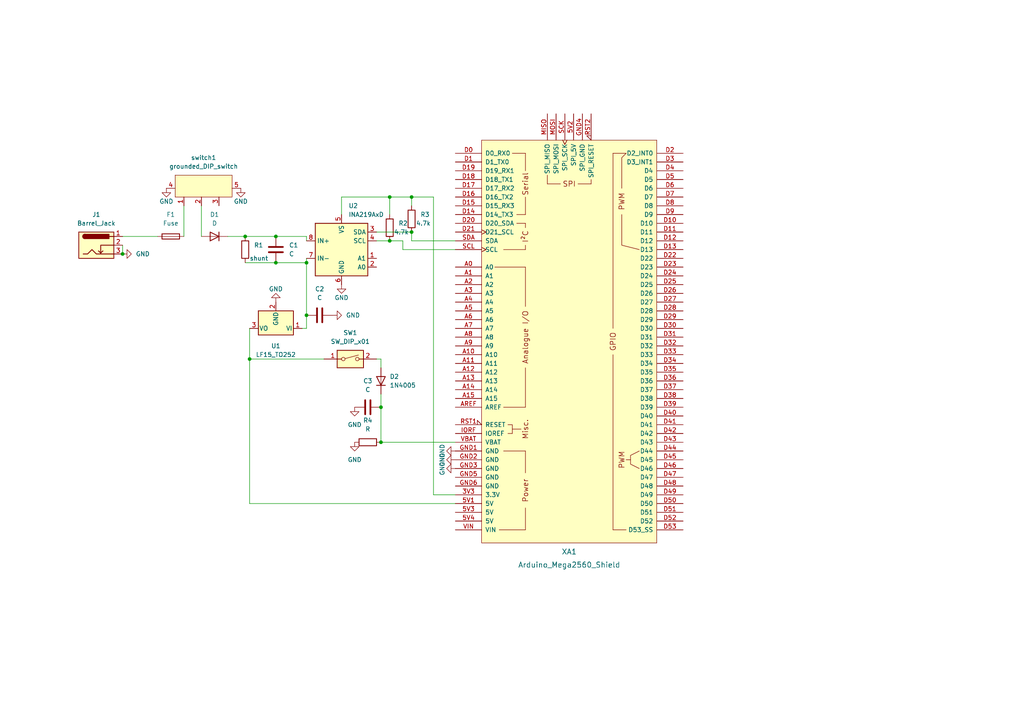
<source format=kicad_sch>
(kicad_sch (version 20211123) (generator eeschema)
  (paper "A4")
  (lib_symbols
    (symbol "ARTS-Lab:grounded_DIP_switch" (pin_names (offset 1.016))
      (property "Reference" "switch" (at 0 -2.54 0))
      (property "Value" "grounded_DIP_switch" (at 0 3.81 0))
      (symbol "grounded_DIP_switch_0_1"
        (rectangle (start -7.62 0) (end 8.89 -6.35) (fill (type background)))
      )
      (symbol "grounded_DIP_switch_1_1"
        (pin input line (at -5.08 -8.89 90) (length 2.54) (name "~") (number "1"))
        (pin input line (at 0 -8.89 90) (length 2.54) (name "~") (number "2"))
        (pin input line (at 5.08 -8.89 90) (length 2.54) (name "~") (number "3"))
        (pin input line (at -10.16 -3.81 0) (length 2.54) (name "~") (number "4"))
        (pin input line (at 11.43 -3.81 180) (length 2.54) (name "~") (number "5"))
      )
    )
    (symbol "Analog_ADC:INA219AxD"
      (property "Reference" "U" (at -6.35 8.89 0))
      (property "Value" "INA219AxD" (at 5.08 8.89 0))
      (symbol "INA219AxD_0_1"
        (rectangle (start -7.62 7.62) (end 7.62 -7.62) (stroke (width 0.254)) (fill (type background)))
      )
      (symbol "INA219AxD_1_1"
        (pin input line (at 10.16 -2.54 180) (length 2.54) (name "A1") (number "1"))
        (pin input line (at 10.16 -5.08 180) (length 2.54) (name "A0") (number "2"))
        (pin bidirectional line (at 10.16 5.08 180) (length 2.54) (name "SDA") (number "3"))
        (pin input line (at 10.16 2.54 180) (length 2.54) (name "SCL") (number "4"))
        (pin power_in line (at 0 10.16 270) (length 2.54) (name "VS") (number "5"))
        (pin power_in line (at 0 -10.16 90) (length 2.54) (name "GND") (number "6"))
        (pin input line (at -10.16 -2.54 0) (length 2.54) (name "IN-") (number "7"))
        (pin input line (at -10.16 2.54 0) (length 2.54) (name "IN+") (number "8"))
      )
    )
    (symbol "Arduino_Boards:Arduino_Mega2560_Shield" (pin_names (offset 1.016))
      (property "Reference" "XA1" (at 0 -60.96 0))
      (property "Value" "Arduino_Mega2560_Shield" (at 0 -64.77 0))
      (symbol "Arduino_Mega2560_Shield_0_0"
        (rectangle (start -25.4 -58.42) (end 25.4 58.42) (fill (type background)))
        (rectangle (start -20.32 -54.61) (end -12.7 -54.61))
        (rectangle (start -19.05 -31.75) (end -12.7 -31.75))
        (rectangle (start -19.05 -19.05) (end -12.7 -19.05))
        (rectangle (start -19.05 26.67) (end -12.7 26.67))
        (rectangle (start -17.78 -26.67) (end -16.51 -26.67))
        (rectangle (start -17.78 -24.13) (end -16.51 -24.13))
        (rectangle (start -16.51 -25.4) (end -13.97 -25.4))
        (rectangle (start -16.51 -24.13) (end -16.51 -26.67))
        (rectangle (start -16.51 54.61) (end -12.7 54.61))
        (rectangle (start -15.24 34.29) (end -12.7 34.29))
        (rectangle (start -15.24 36.83) (end -12.7 36.83))
        (rectangle (start -12.7 -54.61) (end -12.7 -48.26))
        (rectangle (start -12.7 -31.75) (end -12.7 -38.1))
        (rectangle (start -12.7 26.67) (end -12.7 27.94))
        (rectangle (start -12.7 34.29) (end -12.7 33.02))
        (rectangle (start -12.7 41.91) (end -12.7 36.83))
        (rectangle (start -12.7 49.53) (end -12.7 54.61))
        (rectangle (start -6.35 48.26) (end -6.35 45.72))
        (rectangle (start -2.54 45.72) (end -6.35 45.72))
        (polyline (pts (xy -21.59 21.59) (xy -12.7 21.59)))
        (polyline (pts (xy -12.7 -19.05) (xy -12.7 -7.62)))
        (polyline (pts (xy -12.7 10.16) (xy -12.7 21.59)))
        (polyline (pts (xy 12.7 -54.61) (xy 16.51 -54.61)))
        (polyline (pts (xy 12.7 54.61) (xy 16.51 54.61)))
        (polyline (pts (xy 17.78 -34.29) (xy 16.51 -34.29)))
        (polyline (pts (xy 15.24 36.83) (xy 15.24 27.94) (xy 20.32 26.67)))
        (polyline (pts (xy 15.24 44.45) (xy 15.24 53.34) (xy 16.51 54.61)))
        (polyline (pts (xy 20.32 -31.75) (xy 17.78 -33.02) (xy 17.78 -35.56) (xy 20.32 -36.83)))
        (rectangle (start 6.35 45.72) (end 2.54 45.72))
        (rectangle (start 6.35 46.99) (end 6.35 45.72))
        (text "Analogue I/O" (at -12.7 1.27 900) (effects (font (size 1.524 1.524))))
        (text "I²C" (at -12.7 30.48 900) (effects (font (size 1.524 1.524))))
        (text "Misc." (at -12.7 -25.4 900) (effects (font (size 1.524 1.524))))
        (text "Power" (at -12.7 -43.18 900) (effects (font (size 1.524 1.524))))
        (text "PWM" (at 15.24 -34.29 900) (effects (font (size 1.524 1.524))))
        (text "PWM" (at 15.24 40.64 900) (effects (font (size 1.524 1.524))))
        (text "Serial" (at -12.7 45.72 900) (effects (font (size 1.524 1.524))))
        (text "SPI" (at 0 45.72 0) (effects (font (size 1.524 1.524))))
      )
      (symbol "Arduino_Mega2560_Shield_1_0"
        (rectangle (start 12.7 -54.61) (end 12.7 -3.81))
        (rectangle (start 12.7 54.61) (end 12.7 3.81))
        (text "GPIO" (at 12.7 0 900) (effects (font (size 1.524 1.524))))
      )
      (symbol "Arduino_Mega2560_Shield_1_1"
        (pin power_in line (at -33.02 -44.45 0) (length 7.62) (name "3.3V") (number "3V3"))
        (pin power_in line (at -33.02 -46.99 0) (length 7.62) (name "5V") (number "5V1"))
        (pin power_in line (at 1.27 66.04 270) (length 7.62) (name "SPI_5V") (number "5V2"))
        (pin power_in line (at -33.02 -49.53 0) (length 7.62) (name "5V") (number "5V3"))
        (pin power_in line (at -33.02 -52.07 0) (length 7.62) (name "5V") (number "5V4"))
        (pin bidirectional line (at -33.02 21.59 0) (length 7.62) (name "A0") (number "A0"))
        (pin bidirectional line (at -33.02 19.05 0) (length 7.62) (name "A1") (number "A1"))
        (pin bidirectional line (at -33.02 -3.81 0) (length 7.62) (name "A10") (number "A10"))
        (pin bidirectional line (at -33.02 -6.35 0) (length 7.62) (name "A11") (number "A11"))
        (pin bidirectional line (at -33.02 -8.89 0) (length 7.62) (name "A12") (number "A12"))
        (pin bidirectional line (at -33.02 -11.43 0) (length 7.62) (name "A13") (number "A13"))
        (pin bidirectional line (at -33.02 -13.97 0) (length 7.62) (name "A14") (number "A14"))
        (pin bidirectional line (at -33.02 -16.51 0) (length 7.62) (name "A15") (number "A15"))
        (pin bidirectional line (at -33.02 16.51 0) (length 7.62) (name "A2") (number "A2"))
        (pin bidirectional line (at -33.02 13.97 0) (length 7.62) (name "A3") (number "A3"))
        (pin bidirectional line (at -33.02 11.43 0) (length 7.62) (name "A4") (number "A4"))
        (pin bidirectional line (at -33.02 8.89 0) (length 7.62) (name "A5") (number "A5"))
        (pin bidirectional line (at -33.02 6.35 0) (length 7.62) (name "A6") (number "A6"))
        (pin bidirectional line (at -33.02 3.81 0) (length 7.62) (name "A7") (number "A7"))
        (pin bidirectional line (at -33.02 1.27 0) (length 7.62) (name "A8") (number "A8"))
        (pin bidirectional line (at -33.02 -1.27 0) (length 7.62) (name "A9") (number "A9"))
        (pin input line (at -33.02 -19.05 0) (length 7.62) (name "AREF") (number "AREF"))
        (pin bidirectional line (at -33.02 54.61 0) (length 7.62) (name "D0_RX0") (number "D0"))
        (pin bidirectional line (at -33.02 52.07 0) (length 7.62) (name "D1_TX0") (number "D1"))
        (pin bidirectional line (at 33.02 34.29 180) (length 7.62) (name "D10") (number "D10"))
        (pin bidirectional line (at 33.02 31.75 180) (length 7.62) (name "D11") (number "D11"))
        (pin bidirectional line (at 33.02 29.21 180) (length 7.62) (name "D12") (number "D12"))
        (pin bidirectional line (at 33.02 26.67 180) (length 7.62) (name "D13") (number "D13"))
        (pin bidirectional line (at -33.02 36.83 0) (length 7.62) (name "D14_TX3") (number "D14"))
        (pin bidirectional line (at -33.02 39.37 0) (length 7.62) (name "D15_RX3") (number "D15"))
        (pin bidirectional line (at -33.02 41.91 0) (length 7.62) (name "D16_TX2") (number "D16"))
        (pin bidirectional line (at -33.02 44.45 0) (length 7.62) (name "D17_RX2") (number "D17"))
        (pin bidirectional line (at -33.02 46.99 0) (length 7.62) (name "D18_TX1") (number "D18"))
        (pin bidirectional line (at -33.02 49.53 0) (length 7.62) (name "D19_RX1") (number "D19"))
        (pin bidirectional line (at 33.02 54.61 180) (length 7.62) (name "D2_INT0") (number "D2"))
        (pin bidirectional line (at -33.02 34.29 0) (length 7.62) (name "D20_SDA") (number "D20"))
        (pin bidirectional clock (at -33.02 31.75 0) (length 7.62) (name "D21_SCL") (number "D21"))
        (pin bidirectional line (at 33.02 24.13 180) (length 7.62) (name "D22") (number "D22"))
        (pin bidirectional line (at 33.02 21.59 180) (length 7.62) (name "D23") (number "D23"))
        (pin bidirectional line (at 33.02 19.05 180) (length 7.62) (name "D24") (number "D24"))
        (pin bidirectional line (at 33.02 16.51 180) (length 7.62) (name "D25") (number "D25"))
        (pin bidirectional line (at 33.02 13.97 180) (length 7.62) (name "D26") (number "D26"))
        (pin bidirectional line (at 33.02 11.43 180) (length 7.62) (name "D27") (number "D27"))
        (pin bidirectional line (at 33.02 8.89 180) (length 7.62) (name "D28") (number "D28"))
        (pin bidirectional line (at 33.02 6.35 180) (length 7.62) (name "D29") (number "D29"))
        (pin bidirectional line (at 33.02 52.07 180) (length 7.62) (name "D3_INT1") (number "D3"))
        (pin bidirectional line (at 33.02 3.81 180) (length 7.62) (name "D30") (number "D30"))
        (pin bidirectional line (at 33.02 1.27 180) (length 7.62) (name "D31") (number "D31"))
        (pin bidirectional line (at 33.02 -1.27 180) (length 7.62) (name "D32") (number "D32"))
        (pin bidirectional line (at 33.02 -3.81 180) (length 7.62) (name "D33") (number "D33"))
        (pin bidirectional line (at 33.02 -6.35 180) (length 7.62) (name "D34") (number "D34"))
        (pin bidirectional line (at 33.02 -8.89 180) (length 7.62) (name "D35") (number "D35"))
        (pin bidirectional line (at 33.02 -11.43 180) (length 7.62) (name "D36") (number "D36"))
        (pin bidirectional line (at 33.02 -13.97 180) (length 7.62) (name "D37") (number "D37"))
        (pin bidirectional line (at 33.02 -16.51 180) (length 7.62) (name "D38") (number "D38"))
        (pin bidirectional line (at 33.02 -19.05 180) (length 7.62) (name "D39") (number "D39"))
        (pin bidirectional line (at 33.02 49.53 180) (length 7.62) (name "D4") (number "D4"))
        (pin bidirectional line (at 33.02 -21.59 180) (length 7.62) (name "D40") (number "D40"))
        (pin bidirectional line (at 33.02 -24.13 180) (length 7.62) (name "D41") (number "D41"))
        (pin bidirectional line (at 33.02 -26.67 180) (length 7.62) (name "D42") (number "D42"))
        (pin bidirectional line (at 33.02 -29.21 180) (length 7.62) (name "D43") (number "D43"))
        (pin bidirectional line (at 33.02 -31.75 180) (length 7.62) (name "D44") (number "D44"))
        (pin bidirectional line (at 33.02 -34.29 180) (length 7.62) (name "D45") (number "D45"))
        (pin bidirectional line (at 33.02 -36.83 180) (length 7.62) (name "D46") (number "D46"))
        (pin bidirectional line (at 33.02 -39.37 180) (length 7.62) (name "D47") (number "D47"))
        (pin bidirectional line (at 33.02 -41.91 180) (length 7.62) (name "D48") (number "D48"))
        (pin bidirectional line (at 33.02 -44.45 180) (length 7.62) (name "D49") (number "D49"))
        (pin bidirectional line (at 33.02 46.99 180) (length 7.62) (name "D5") (number "D5"))
        (pin bidirectional line (at 33.02 -46.99 180) (length 7.62) (name "D50") (number "D50"))
        (pin bidirectional line (at 33.02 -49.53 180) (length 7.62) (name "D51") (number "D51"))
        (pin bidirectional line (at 33.02 -52.07 180) (length 7.62) (name "D52") (number "D52"))
        (pin bidirectional line (at 33.02 -54.61 180) (length 7.62) (name "D53_SS") (number "D53"))
        (pin bidirectional line (at 33.02 44.45 180) (length 7.62) (name "D6") (number "D6"))
        (pin bidirectional line (at 33.02 41.91 180) (length 7.62) (name "D7") (number "D7"))
        (pin bidirectional line (at 33.02 39.37 180) (length 7.62) (name "D8") (number "D8"))
        (pin bidirectional line (at 33.02 36.83 180) (length 7.62) (name "D9") (number "D9"))
        (pin power_in line (at -33.02 -31.75 0) (length 7.62) (name "GND") (number "GND1"))
        (pin power_in line (at -33.02 -34.29 0) (length 7.62) (name "GND") (number "GND2"))
        (pin power_in line (at -33.02 -36.83 0) (length 7.62) (name "GND") (number "GND3"))
        (pin power_in line (at 3.81 66.04 270) (length 7.62) (name "SPI_GND") (number "GND4"))
        (pin power_in line (at -33.02 -39.37 0) (length 7.62) (name "GND") (number "GND5"))
        (pin power_in line (at -33.02 -41.91 0) (length 7.62) (name "GND") (number "GND6"))
        (pin output line (at -33.02 -26.67 0) (length 7.62) (name "IOREF") (number "IORF"))
        (pin input line (at -6.35 66.04 270) (length 7.62) (name "SPI_MISO") (number "MISO"))
        (pin output line (at -3.81 66.04 270) (length 7.62) (name "SPI_MOSI") (number "MOSI"))
        (pin open_collector input_low (at -33.02 -24.13 0) (length 7.62) (name "RESET") (number "RST1"))
        (pin open_collector input_low (at 6.35 66.04 270) (length 7.62) (name "SPI_RESET") (number "RST2"))
        (pin output clock (at -1.27 66.04 270) (length 7.62) (name "SPI_SCK") (number "SCK"))
        (pin bidirectional clock (at -33.02 26.67 0) (length 7.62) (name "SCL") (number "SCL"))
        (pin bidirectional line (at -33.02 29.21 0) (length 7.62) (name "SDA") (number "SDA"))
        (pin power_in line (at -33.02 -29.21 0) (length 7.62) (name "VBAT") (number "VBAT"))
        (pin power_in line (at -33.02 -54.61 0) (length 7.62) (name "VIN") (number "VIN"))
      )
    )
    (symbol "Connector:Barrel_Jack_Switch_Pin3Ring" (pin_names hide)
      (property "Reference" "J" (at 0 5.334 0))
      (property "Value" "Barrel_Jack_Switch_Pin3Ring" (at 0 -5.08 0))
      (symbol "Barrel_Jack_Switch_Pin3Ring_0_1"
        (rectangle (start -5.08 3.81) (end 5.08 -3.81) (stroke (width 0.254)) (fill (type background)))
        (arc (start -3.302 3.175) (mid -3.937 2.54) (end -3.302 1.905) (stroke (width 0.254)))
        (arc (start -3.302 3.175) (mid -3.937 2.54) (end -3.302 1.905) (stroke (width 0.254)) (fill (type outline)))
        (polyline (pts (xy 1.27 -2.286) (xy 1.905 -1.651)) (stroke (width 0.254)))
        (polyline (pts (xy 5.08 2.54) (xy 3.81 2.54)) (stroke (width 0.254)))
        (polyline (pts (xy 5.08 0) (xy 1.27 0) (xy 1.27 -2.286) (xy 0.635 -1.651)) (stroke (width 0.254)))
        (polyline (pts (xy -3.81 -2.54) (xy -2.54 -2.54) (xy -1.27 -1.27) (xy 0 -2.54) (xy 2.54 -2.54) (xy 5.08 -2.54)) (stroke (width 0.254)))
        (rectangle (start 3.683 3.175) (end -3.302 1.905) (stroke (width 0.254)) (fill (type outline)))
      )
      (symbol "Barrel_Jack_Switch_Pin3Ring_1_1"
        (pin passive line (at 7.62 2.54 180) (length 2.54) (name "~") (number "1"))
        (pin passive line (at 7.62 0 180) (length 2.54) (name "~") (number "2"))
        (pin passive line (at 7.62 -2.54 180) (length 2.54) (name "~") (number "3"))
      )
    )
    (symbol "Device:C" (pin_numbers hide) (pin_names (offset 0.254))
      (property "Reference" "C" (at 0.635 2.54 0))
      (property "Value" "C" (at 0.635 -2.54 0))
      (symbol "C_0_1"
        (polyline (pts (xy -2.032 -0.762) (xy 2.032 -0.762)) (stroke (width 0.508)))
        (polyline (pts (xy -2.032 0.762) (xy 2.032 0.762)) (stroke (width 0.508)))
      )
      (symbol "C_1_1"
        (pin passive line (at 0 3.81 270) (length 2.794) (name "~") (number "1"))
        (pin passive line (at 0 -3.81 90) (length 2.794) (name "~") (number "2"))
      )
    )
    (symbol "Device:D" (pin_numbers hide) (pin_names (offset 1.016) hide)
      (property "Reference" "D" (at 0 2.54 0))
      (property "Value" "D" (at 0 -2.54 0))
      (symbol "D_0_1"
        (polyline (pts (xy -1.27 1.27) (xy -1.27 -1.27)) (stroke (width 0.254)))
        (polyline (pts (xy 1.27 0) (xy -1.27 0)))
        (polyline (pts (xy 1.27 1.27) (xy 1.27 -1.27) (xy -1.27 0) (xy 1.27 1.27)) (stroke (width 0.254)))
      )
      (symbol "D_1_1"
        (pin passive line (at -3.81 0 0) (length 2.54) (name "K") (number "1"))
        (pin passive line (at 3.81 0 180) (length 2.54) (name "A") (number "2"))
      )
    )
    (symbol "Device:Fuse" (pin_numbers hide) (pin_names (offset 0))
      (property "Reference" "F" (at 2.032 0 90))
      (property "Value" "Fuse" (at -1.905 0 90))
      (symbol "Fuse_0_1"
        (rectangle (start -0.762 -2.54) (end 0.762 2.54) (stroke (width 0.254)))
        (polyline (pts (xy 0 2.54) (xy 0 -2.54)))
      )
      (symbol "Fuse_1_1"
        (pin passive line (at 0 3.81 270) (length 1.27) (name "~") (number "1"))
        (pin passive line (at 0 -3.81 90) (length 1.27) (name "~") (number "2"))
      )
    )
    (symbol "Device:R" (pin_numbers hide) (pin_names (offset 0))
      (property "Reference" "R" (at 2.032 0 90))
      (property "Value" "R" (at 0 0 90))
      (symbol "R_0_1"
        (rectangle (start -1.016 -2.54) (end 1.016 2.54) (stroke (width 0.254)))
      )
      (symbol "R_1_1"
        (pin passive line (at 0 3.81 270) (length 1.27) (name "~") (number "1"))
        (pin passive line (at 0 -3.81 90) (length 1.27) (name "~") (number "2"))
      )
    )
    (symbol "Diode:1N4005" (pin_numbers hide) (pin_names (offset 1.016) hide)
      (property "Reference" "D" (at 0 2.54 0))
      (property "Value" "1N4005" (at 0 -2.54 0))
      (symbol "1N4005_0_1"
        (polyline (pts (xy -1.27 1.27) (xy -1.27 -1.27)) (stroke (width 0.254)))
        (polyline (pts (xy 1.27 0) (xy -1.27 0)))
        (polyline (pts (xy 1.27 1.27) (xy 1.27 -1.27) (xy -1.27 0) (xy 1.27 1.27)) (stroke (width 0.254)))
      )
      (symbol "1N4005_1_1"
        (pin passive line (at -3.81 0 0) (length 2.54) (name "K") (number "1"))
        (pin passive line (at 3.81 0 180) (length 2.54) (name "A") (number "2"))
      )
    )
    (symbol "Regulator_Linear:LF15_TO252" (pin_names (offset 0.254))
      (property "Reference" "U" (at -3.81 3.175 0))
      (property "Value" "LF15_TO252" (at 0 3.175 0))
      (symbol "LF15_TO252_0_1"
        (rectangle (start -5.08 1.905) (end 5.08 -5.08) (stroke (width 0.254)) (fill (type background)))
      )
      (symbol "LF15_TO252_1_1"
        (pin power_in line (at -7.62 0 0) (length 2.54) (name "VI") (number "1"))
        (pin power_in line (at 0 -7.62 90) (length 2.54) (name "GND") (number "2"))
        (pin power_out line (at 7.62 0 180) (length 2.54) (name "VO") (number "3"))
      )
    )
    (symbol "Switch:SW_DIP_x01" (pin_names (offset 0) hide)
      (property "Reference" "SW" (at 0 3.81 0))
      (property "Value" "SW_DIP_x01" (at 0 -3.81 0))
      (symbol "SW_DIP_x01_0_0"
        (circle (center -2.032 0) (radius 0.508))
        (polyline (pts (xy -1.524 0.127) (xy 2.3622 1.1684)))
        (circle (center 2.032 0) (radius 0.508))
      )
      (symbol "SW_DIP_x01_0_1"
        (rectangle (start -3.81 2.54) (end 3.81 -2.54) (stroke (width 0.254)) (fill (type background)))
      )
      (symbol "SW_DIP_x01_1_1"
        (pin passive line (at -7.62 0 0) (length 5.08) (name "~") (number "1"))
        (pin passive line (at 7.62 0 180) (length 5.08) (name "~") (number "2"))
      )
    )
    (symbol "power:GND" (power) (pin_names (offset 0))
      (property "Value" "GND" (at 0 -3.81 0))
      (symbol "GND_0_1"
        (polyline (pts (xy 0 0) (xy 0 -1.27) (xy 1.27 -1.27) (xy 0 -2.54) (xy -1.27 -1.27) (xy 0 -1.27)))
      )
      (symbol "GND_1_1"
        (pin power_in line (at 0 0 270) (length 0) hide (name "GND") (number "1"))
      )
    )
  )
  (junction (at 110.49 118.11))
  (junction (at 35.56 73.66))
  (junction (at 110.49 128.27))
  (junction (at 72.39 104.14))
  (junction (at 88.9 91.44))
  (junction (at 80.01 76.2))
  (junction (at 119.38 67.31))
  (junction (at 71.12 68.58))
  (junction (at 113.03 69.85))
  (junction (at 113.03 57.15))
  (junction (at 80.01 68.58))
  (junction (at 119.38 57.15))
  (junction (at 88.9 76.2))
  (wire (pts (xy 116.84 72.39) (xy 132.08 72.39)))
  (wire (pts (xy 72.39 95.25) (xy 72.39 104.14)))
  (wire (pts (xy 35.56 71.12) (xy 35.56 73.66)))
  (wire (pts (xy 109.22 104.14) (xy 110.49 104.14)))
  (wire (pts (xy 72.39 104.14) (xy 72.39 146.05)))
  (wire (pts (xy 88.9 76.2) (xy 88.9 91.44)))
  (wire (pts (xy 109.22 69.85) (xy 113.03 69.85)))
  (wire (pts (xy 71.12 76.2) (xy 80.01 76.2)))
  (wire (pts (xy 119.38 69.85) (xy 132.08 69.85)))
  (wire (pts (xy 113.03 57.15) (xy 119.38 57.15)))
  (wire (pts (xy 80.01 68.58) (xy 88.9 68.58)))
  (wire (pts (xy 116.84 69.85) (xy 116.84 72.39)))
  (wire (pts (xy 110.49 118.11) (xy 110.49 128.27)))
  (wire (pts (xy 58.42 59.69) (xy 58.42 68.58)))
  (wire (pts (xy 113.03 69.85) (xy 116.84 69.85)))
  (wire (pts (xy 110.49 114.3) (xy 110.49 118.11)))
  (wire (pts (xy 132.08 128.27) (xy 110.49 128.27)))
  (wire (pts (xy 87.63 95.25) (xy 88.9 95.25)))
  (wire (pts (xy 99.06 57.15) (xy 113.03 57.15)))
  (wire (pts (xy 119.38 67.31) (xy 119.38 69.85)))
  (wire (pts (xy 35.56 68.58) (xy 45.72 68.58)))
  (wire (pts (xy 72.39 146.05) (xy 132.08 146.05)))
  (wire (pts (xy 53.34 59.69) (xy 53.34 68.58)))
  (wire (pts (xy 88.9 74.93) (xy 88.9 76.2)))
  (wire (pts (xy 119.38 57.15) (xy 119.38 59.69)))
  (wire (pts (xy 66.04 68.58) (xy 71.12 68.58)))
  (wire (pts (xy 119.38 57.15) (xy 125.73 57.15)))
  (wire (pts (xy 88.9 68.58) (xy 88.9 69.85)))
  (wire (pts (xy 125.73 57.15) (xy 125.73 143.51)))
  (wire (pts (xy 113.03 57.15) (xy 113.03 62.23)))
  (wire (pts (xy 110.49 104.14) (xy 110.49 106.68)))
  (wire (pts (xy 88.9 91.44) (xy 88.9 95.25)))
  (wire (pts (xy 109.22 67.31) (xy 119.38 67.31)))
  (wire (pts (xy 72.39 104.14) (xy 93.98 104.14)))
  (wire (pts (xy 71.12 68.58) (xy 80.01 68.58)))
  (wire (pts (xy 125.73 143.51) (xy 132.08 143.51)))
  (wire (pts (xy 99.06 62.23) (xy 99.06 57.15)))
  (wire (pts (xy 80.01 76.2) (xy 88.9 76.2)))
  (symbol (lib_id "power:GND") (at 102.87 128.27 0) (unit 1)
    (property "Reference" "#PWR011" (effects hide))
    (property "Value" "GND" (at 102.87 133.35 0))
  )
  (symbol (lib_id "power:GND") (at 69.85 54.61 0) (unit 1)
    (property "Reference" "#PWR03" (effects hide))
    (property "Value" "GND" (at 69.85 58.42 0))
  )
  (symbol (lib_id "Regulator_Linear:LF15_TO252") (at 80.01 95.25 180) (unit 1)
    (property "Reference" "U1" (at 80.01 100.33 0))
    (property "Value" "LF15_TO252" (at 80.01 102.87 0))
    (property "Footprint" "Package_TO_SOT_SMD:TO-252-2" (effects hide))
    (property "Datasheet" "http://www.st.com/content/ccc/resource/technical/document/datasheet/c4/0e/7e/2a/be/bc/4c/bd/CD00000546.pdf/files/CD00000546.pdf/jcr:content/translations/en.CD00000546.pdf" (effects hide))
  )
  (symbol (lib_id "Device:C") (at 106.68 118.11 90) (unit 1)
    (property "Reference" "C3" (at 106.68 110.49 90))
    (property "Value" "C" (at 106.68 113.03 90))
    (property "Footprint" "Capacitor_THT:CP_Radial_D5.0mm_P2.50mm" (effects hide))
  )
  (symbol (lib_id "power:GND") (at 35.56 73.66 90) (unit 1)
    (property "Reference" "#PWR01" (effects hide))
    (property "Value" "GND" (at 39.37 73.6599 90) (effects (justify right)))
  )
  (symbol (lib_id "Device:R") (at 106.68 128.27 90) (unit 1)
    (property "Reference" "R4" (at 106.68 121.92 90))
    (property "Value" "R" (at 106.68 124.46 90))
    (property "Footprint" "Resistor_SMD:R_1206_3216Metric_Pad1.30x1.75mm_HandSolder" (effects hide))
  )
  (symbol (lib_id "Device:C") (at 80.01 72.39 0) (unit 1)
    (property "Reference" "C1" (at 83.82 71.1199 0) (effects (justify left)))
    (property "Value" "C" (at 83.82 73.6599 0) (effects (justify left)))
    (property "Footprint" "Capacitor_SMD:C_1206_3216Metric" (effects hide))
  )
  (symbol (lib_id "Connector:Barrel_Jack_Switch_Pin3Ring") (at 27.94 71.12 0) (unit 1)
    (property "Reference" "J1" (at 27.94 62.23 0))
    (property "Value" "Barrel_Jack" (at 27.94 64.77 0))
    (property "Footprint" "Connector_BarrelJack:BarrelJack_Horizontal" (effects hide))
  )
  (symbol (lib_id "power:GND") (at 132.08 135.89 270) (unit 1)
    (property "Reference" "#PWR09" (effects hide))
    (property "Value" "GND" (at 128.27 135.89 0))
  )
  (symbol (lib_id "ARTS-Lab:grounded_DIP_switch") (at 58.42 50.8 0) (unit 1)
    (property "Reference" "switch1" (at 59.055 45.72 0))
    (property "Value" "grounded_DIP_switch" (at 59.055 48.26 0))
    (property "Footprint" "ARTS-lab:slide_switch" (effects hide))
  )
  (symbol (lib_id "Diode:1N4005") (at 110.49 110.49 90) (unit 1)
    (property "Reference" "D2" (at 113.03 109.2199 90) (effects (justify right)))
    (property "Value" "1N4005" (at 113.03 111.7599 90) (effects (justify right)))
    (property "Footprint" "Diode_THT:D_DO-41_SOD81_P10.16mm_Horizontal" (effects hide))
    (property "Datasheet" "http://www.vishay.com/docs/88503/1n4001.pdf" (effects hide))
  )
  (symbol (lib_id "Device:D") (at 62.23 68.58 180) (unit 1)
    (property "Reference" "D1" (at 62.23 62.23 0))
    (property "Value" "D" (at 62.23 64.77 0))
    (property "Footprint" "Diode_SMD:D_1206_3216Metric" (effects hide))
  )
  (symbol (lib_id "Arduino_Boards:Arduino_Mega2560_Shield") (at 165.1 99.06 0) (unit 1)
    (property "Reference" "XA1" (at 165.1 160.02 0) (effects (font (size 1.524 1.524))))
    (property "Value" "Arduino_Mega2560_Shield" (at 165.1 163.83 0) (effects (font (size 1.524 1.524))))
    (property "Footprint" "Arduino_Boards:Arduino_Mega2560_Shield" (effects hide))
    (property "Datasheet" "https://store.arduino.cc/arduino-mega-2560-rev3" (effects hide))
  )
  (symbol (lib_id "power:GND") (at 102.87 118.11 0) (unit 1)
    (property "Reference" "#PWR010" (effects hide))
    (property "Value" "GND" (at 102.87 123.19 0))
  )
  (symbol (lib_id "Device:R") (at 71.12 72.39 0) (unit 1)
    (property "Reference" "R1" (at 73.66 71.1199 0) (effects (justify left)))
    (property "Value" "shunt" (at 72.39 74.93 0) (effects (justify left)))
    (property "Footprint" "Resistor_SMD:R_1206_3216Metric" (effects hide))
  )
  (symbol (lib_id "Device:Fuse") (at 49.53 68.58 90) (unit 1)
    (property "Reference" "F1" (at 49.53 62.23 90))
    (property "Value" "Fuse" (at 49.53 64.77 90))
    (property "Footprint" "Fuse:Fuse_0603_1608Metric" (effects hide))
  )
  (symbol (lib_id "power:GND") (at 80.01 87.63 180) (unit 1)
    (property "Reference" "#PWR04" (effects hide))
    (property "Value" "GND" (at 80.01 83.82 0))
  )
  (symbol (lib_id "Device:C") (at 92.71 91.44 90) (unit 1)
    (property "Reference" "C2" (at 92.71 83.82 90))
    (property "Value" "C" (at 92.71 86.36 90))
    (property "Footprint" "Capacitor_THT:CP_Radial_D5.0mm_P2.50mm" (effects hide))
  )
  (symbol (lib_id "Switch:SW_DIP_x01") (at 101.6 104.14 0) (unit 1)
    (property "Reference" "SW1" (at 101.6 96.52 0))
    (property "Value" "SW_DIP_x01" (at 101.6 99.06 0))
    (property "Footprint" "dhec:TS02CQE" (effects hide))
  )
  (symbol (lib_id "power:GND") (at 99.06 82.55 0) (unit 1)
    (property "Reference" "#PWR06" (effects hide))
    (property "Value" "GND" (at 99.06 86.36 0))
  )
  (symbol (lib_id "Analog_ADC:INA219AxD") (at 99.06 72.39 0) (unit 1)
    (property "Reference" "U2" (at 101.0794 59.69 0) (effects (justify left)))
    (property "Value" "INA219AxD" (at 101.0794 62.23 0) (effects (justify left)))
    (property "Footprint" "Package_SO:SOIC-8_3.9x4.9mm_P1.27mm" (effects hide))
    (property "Datasheet" "http://www.ti.com/lit/ds/symlink/ina219.pdf" (effects hide))
  )
  (symbol (lib_id "power:GND") (at 48.26 54.61 0) (unit 1)
    (property "Reference" "#PWR02" (effects hide))
    (property "Value" "GND" (at 48.26 58.42 0))
  )
  (symbol (lib_id "power:GND") (at 132.08 133.35 270) (unit 1)
    (property "Reference" "#PWR08" (effects hide))
    (property "Value" "GND" (at 128.27 133.35 0))
  )
  (symbol (lib_id "Device:R") (at 119.38 63.5 0) (unit 1)
    (property "Reference" "R3" (at 121.92 62.2299 0) (effects (justify left)))
    (property "Value" "4.7k" (at 120.65 64.77 0) (effects (justify left)))
    (property "Footprint" "Resistor_SMD:R_1206_3216Metric" (effects hide))
  )
  (symbol (lib_id "power:GND") (at 132.08 130.81 270) (unit 1)
    (property "Reference" "#PWR07" (effects hide))
    (property "Value" "GND" (at 128.27 130.81 0))
  )
  (symbol (lib_id "Device:R") (at 113.03 66.04 0) (unit 1)
    (property "Reference" "R2" (at 115.57 64.7699 0) (effects (justify left)))
    (property "Value" "4.7k" (at 114.3 67.31 0) (effects (justify left)))
    (property "Footprint" "Resistor_SMD:R_1206_3216Metric" (effects hide))
  )
  (symbol (lib_id "power:GND") (at 96.52 91.44 90) (unit 1)
    (property "Reference" "#PWR05" (effects hide))
    (property "Value" "GND" (at 100.33 91.4399 90) (effects (justify right)))
  )
)
</source>
